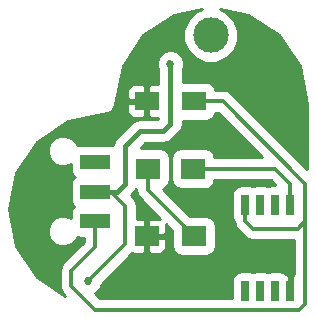
<source format=gtl>
G04 #@! TF.FileFunction,Copper,L1,Top,Signal*
%FSLAX46Y46*%
G04 Gerber Fmt 4.6, Leading zero omitted, Abs format (unit mm)*
G04 Created by KiCad (PCBNEW 4.0.7) date 01/25/18 22:01:14*
%MOMM*%
%LPD*%
G01*
G04 APERTURE LIST*
%ADD10C,0.100000*%
%ADD11R,2.500000X1.200000*%
%ADD12R,0.650000X1.700000*%
%ADD13R,2.000000X1.800860*%
%ADD14C,3.000000*%
%ADD15R,2.000000X1.600000*%
%ADD16R,2.000000X1.700000*%
%ADD17C,0.685800*%
%ADD18C,0.304800*%
%ADD19C,0.406400*%
%ADD20C,0.254000*%
G04 APERTURE END LIST*
D10*
D11*
X200025000Y-90210000D03*
X200025000Y-92750000D03*
X200025000Y-95210000D03*
D12*
X212725000Y-101186000D03*
X213995000Y-101186000D03*
X215265000Y-101186000D03*
X216535000Y-101186000D03*
X216535000Y-93886000D03*
X215265000Y-93886000D03*
X213995000Y-93886000D03*
X212725000Y-93886000D03*
D13*
X208280000Y-90805000D03*
X204470000Y-90805000D03*
D14*
X209804000Y-79502000D03*
D15*
X204375000Y-85090000D03*
X208375000Y-85090000D03*
D16*
X208375000Y-96520000D03*
X204375000Y-96520000D03*
D17*
X204375000Y-85090000D03*
X204375000Y-96520000D03*
X206375000Y-81915000D03*
X199390000Y-100330000D03*
D18*
X204375000Y-85090000D02*
X204470000Y-85090000D01*
X204375000Y-96520000D02*
X204375000Y-98330000D01*
X215900000Y-99060000D02*
X216535000Y-99695000D01*
X205105000Y-99060000D02*
X215900000Y-99060000D01*
X204375000Y-98330000D02*
X205105000Y-99060000D01*
X216535000Y-99695000D02*
X216535000Y-101186000D01*
X204470000Y-84995000D02*
X204375000Y-85090000D01*
X204375000Y-85090000D02*
X204089000Y-85090000D01*
X200025000Y-95210000D02*
X200025000Y-97409000D01*
X217805000Y-102235000D02*
X217805000Y-95250000D01*
X217297000Y-102743000D02*
X217805000Y-102235000D01*
X200025000Y-102743000D02*
X217297000Y-102743000D01*
X197993000Y-100711000D02*
X200025000Y-102743000D01*
X197993000Y-99441000D02*
X197993000Y-100711000D01*
X200025000Y-97409000D02*
X197993000Y-99441000D01*
X212725000Y-93886000D02*
X212725000Y-95250000D01*
X210820000Y-85090000D02*
X208375000Y-85090000D01*
X217805000Y-92075000D02*
X210820000Y-85090000D01*
X217805000Y-95250000D02*
X217805000Y-92075000D01*
X217170000Y-95885000D02*
X217805000Y-95250000D01*
X213360000Y-95885000D02*
X217170000Y-95885000D01*
X212725000Y-95250000D02*
X213360000Y-95885000D01*
X208375000Y-85090000D02*
X208375000Y-84550000D01*
X208375000Y-85090000D02*
X208375000Y-85122000D01*
D19*
X201890000Y-92750000D02*
X202565000Y-92075000D01*
X202565000Y-92075000D02*
X202565000Y-88900000D01*
X202565000Y-88900000D02*
X203835000Y-87630000D01*
X203835000Y-87630000D02*
X205740000Y-87630000D01*
X205740000Y-87630000D02*
X206375000Y-86995000D01*
X206375000Y-86995000D02*
X206375000Y-81915000D01*
X200025000Y-92750000D02*
X201890000Y-92750000D01*
D18*
X200025000Y-92750000D02*
X201335000Y-92750000D01*
X202565000Y-97155000D02*
X199390000Y-100330000D01*
X202565000Y-93980000D02*
X202565000Y-97155000D01*
X201335000Y-92750000D02*
X202565000Y-93980000D01*
X216535000Y-93886000D02*
X216535000Y-92075000D01*
X215265000Y-90805000D02*
X208280000Y-90805000D01*
X216535000Y-92075000D02*
X215265000Y-90805000D01*
X208788000Y-90297000D02*
X208280000Y-90805000D01*
X208375000Y-90900000D02*
X208280000Y-90805000D01*
X204470000Y-90805000D02*
X204470000Y-92615000D01*
X204470000Y-92615000D02*
X208375000Y-96520000D01*
X204375000Y-90900000D02*
X204470000Y-90805000D01*
D20*
G36*
X214170519Y-89825600D02*
X210108342Y-89825600D01*
X210065535Y-89598102D01*
X209884413Y-89316631D01*
X209608052Y-89127801D01*
X209280000Y-89061369D01*
X207280000Y-89061369D01*
X206973532Y-89119035D01*
X206692061Y-89300157D01*
X206503231Y-89576518D01*
X206436799Y-89904570D01*
X206436799Y-91705430D01*
X206494465Y-92011898D01*
X206675587Y-92293369D01*
X206951948Y-92482199D01*
X207280000Y-92548631D01*
X209280000Y-92548631D01*
X209586468Y-92490965D01*
X209867939Y-92309843D01*
X210056769Y-92033482D01*
X210107209Y-91784400D01*
X214859320Y-91784400D01*
X215267718Y-92192799D01*
X214940000Y-92192799D01*
X214633532Y-92250465D01*
X214626646Y-92254896D01*
X214320000Y-92192799D01*
X213670000Y-92192799D01*
X213363532Y-92250465D01*
X213356646Y-92254896D01*
X213050000Y-92192799D01*
X212400000Y-92192799D01*
X212093532Y-92250465D01*
X211812061Y-92431587D01*
X211623231Y-92707948D01*
X211556799Y-93036000D01*
X211556799Y-94736000D01*
X211614465Y-95042468D01*
X211745600Y-95246257D01*
X211745600Y-95250000D01*
X211804018Y-95543690D01*
X211820152Y-95624801D01*
X212032460Y-95942540D01*
X212667460Y-96577541D01*
X212970761Y-96780200D01*
X212985200Y-96789848D01*
X213360000Y-96864400D01*
X216825600Y-96864400D01*
X216825600Y-99701000D01*
X216820750Y-99701000D01*
X216662000Y-99859750D01*
X216662000Y-101059000D01*
X216682000Y-101059000D01*
X216682000Y-101313000D01*
X216662000Y-101313000D01*
X216662000Y-101333000D01*
X216433201Y-101333000D01*
X216433201Y-100336000D01*
X216408000Y-100202068D01*
X216408000Y-99859750D01*
X216249250Y-99701000D01*
X216125537Y-99701000D01*
X215918052Y-99559231D01*
X215590000Y-99492799D01*
X214940000Y-99492799D01*
X214633532Y-99550465D01*
X214626646Y-99554896D01*
X214320000Y-99492799D01*
X213670000Y-99492799D01*
X213363532Y-99550465D01*
X213356646Y-99554896D01*
X213050000Y-99492799D01*
X212400000Y-99492799D01*
X212093532Y-99550465D01*
X211812061Y-99731587D01*
X211623231Y-100007948D01*
X211556799Y-100336000D01*
X211556799Y-101763600D01*
X200430680Y-101763600D01*
X200007690Y-101340610D01*
X200051830Y-101322372D01*
X200381215Y-100993561D01*
X200559697Y-100563728D01*
X200559713Y-100545367D01*
X203143607Y-97961473D01*
X203248691Y-98005000D01*
X204089250Y-98005000D01*
X204248000Y-97846250D01*
X204248000Y-96647000D01*
X204502000Y-96647000D01*
X204502000Y-97846250D01*
X204660750Y-98005000D01*
X205501309Y-98005000D01*
X205734698Y-97908327D01*
X205913327Y-97729699D01*
X206010000Y-97496310D01*
X206010000Y-96805750D01*
X205851250Y-96647000D01*
X204502000Y-96647000D01*
X204248000Y-96647000D01*
X204228000Y-96647000D01*
X204228000Y-96393000D01*
X204248000Y-96393000D01*
X204248000Y-95193750D01*
X204089250Y-95035000D01*
X203544400Y-95035000D01*
X203544400Y-93980000D01*
X203469848Y-93605200D01*
X203413454Y-93520801D01*
X203257541Y-93287460D01*
X203033502Y-93063421D01*
X203293461Y-92803462D01*
X203464480Y-92547513D01*
X203470000Y-92548631D01*
X203490600Y-92548631D01*
X203490600Y-92615000D01*
X203548603Y-92906600D01*
X203565152Y-92989801D01*
X203777460Y-93307540D01*
X205507473Y-95037553D01*
X205501309Y-95035000D01*
X204660750Y-95035000D01*
X204502000Y-95193750D01*
X204502000Y-96393000D01*
X205851250Y-96393000D01*
X206010000Y-96234250D01*
X206010000Y-95543690D01*
X206007447Y-95537527D01*
X206531799Y-96061879D01*
X206531799Y-97370000D01*
X206589465Y-97676468D01*
X206770587Y-97957939D01*
X207046948Y-98146769D01*
X207375000Y-98213201D01*
X209375000Y-98213201D01*
X209681468Y-98155535D01*
X209962939Y-97974413D01*
X210151769Y-97698052D01*
X210218201Y-97370000D01*
X210218201Y-95670000D01*
X210160535Y-95363532D01*
X209979413Y-95082061D01*
X209703052Y-94893231D01*
X209375000Y-94826799D01*
X208066879Y-94826799D01*
X205738238Y-92498158D01*
X205776468Y-92490965D01*
X206057939Y-92309843D01*
X206246769Y-92033482D01*
X206313201Y-91705430D01*
X206313201Y-89904570D01*
X206255535Y-89598102D01*
X206074413Y-89316631D01*
X205798052Y-89127801D01*
X205470000Y-89061369D01*
X203860553Y-89061369D01*
X204261723Y-88660200D01*
X205740000Y-88660200D01*
X206068832Y-88594791D01*
X206134241Y-88581781D01*
X206468461Y-88358461D01*
X207103462Y-87723461D01*
X207326781Y-87389241D01*
X207405200Y-86995000D01*
X207405200Y-86733201D01*
X209375000Y-86733201D01*
X209681468Y-86675535D01*
X209962939Y-86494413D01*
X210151769Y-86218052D01*
X210181872Y-86069400D01*
X210414320Y-86069400D01*
X214170519Y-89825600D01*
X214170519Y-89825600D01*
G37*
X214170519Y-89825600D02*
X210108342Y-89825600D01*
X210065535Y-89598102D01*
X209884413Y-89316631D01*
X209608052Y-89127801D01*
X209280000Y-89061369D01*
X207280000Y-89061369D01*
X206973532Y-89119035D01*
X206692061Y-89300157D01*
X206503231Y-89576518D01*
X206436799Y-89904570D01*
X206436799Y-91705430D01*
X206494465Y-92011898D01*
X206675587Y-92293369D01*
X206951948Y-92482199D01*
X207280000Y-92548631D01*
X209280000Y-92548631D01*
X209586468Y-92490965D01*
X209867939Y-92309843D01*
X210056769Y-92033482D01*
X210107209Y-91784400D01*
X214859320Y-91784400D01*
X215267718Y-92192799D01*
X214940000Y-92192799D01*
X214633532Y-92250465D01*
X214626646Y-92254896D01*
X214320000Y-92192799D01*
X213670000Y-92192799D01*
X213363532Y-92250465D01*
X213356646Y-92254896D01*
X213050000Y-92192799D01*
X212400000Y-92192799D01*
X212093532Y-92250465D01*
X211812061Y-92431587D01*
X211623231Y-92707948D01*
X211556799Y-93036000D01*
X211556799Y-94736000D01*
X211614465Y-95042468D01*
X211745600Y-95246257D01*
X211745600Y-95250000D01*
X211804018Y-95543690D01*
X211820152Y-95624801D01*
X212032460Y-95942540D01*
X212667460Y-96577541D01*
X212970761Y-96780200D01*
X212985200Y-96789848D01*
X213360000Y-96864400D01*
X216825600Y-96864400D01*
X216825600Y-99701000D01*
X216820750Y-99701000D01*
X216662000Y-99859750D01*
X216662000Y-101059000D01*
X216682000Y-101059000D01*
X216682000Y-101313000D01*
X216662000Y-101313000D01*
X216662000Y-101333000D01*
X216433201Y-101333000D01*
X216433201Y-100336000D01*
X216408000Y-100202068D01*
X216408000Y-99859750D01*
X216249250Y-99701000D01*
X216125537Y-99701000D01*
X215918052Y-99559231D01*
X215590000Y-99492799D01*
X214940000Y-99492799D01*
X214633532Y-99550465D01*
X214626646Y-99554896D01*
X214320000Y-99492799D01*
X213670000Y-99492799D01*
X213363532Y-99550465D01*
X213356646Y-99554896D01*
X213050000Y-99492799D01*
X212400000Y-99492799D01*
X212093532Y-99550465D01*
X211812061Y-99731587D01*
X211623231Y-100007948D01*
X211556799Y-100336000D01*
X211556799Y-101763600D01*
X200430680Y-101763600D01*
X200007690Y-101340610D01*
X200051830Y-101322372D01*
X200381215Y-100993561D01*
X200559697Y-100563728D01*
X200559713Y-100545367D01*
X203143607Y-97961473D01*
X203248691Y-98005000D01*
X204089250Y-98005000D01*
X204248000Y-97846250D01*
X204248000Y-96647000D01*
X204502000Y-96647000D01*
X204502000Y-97846250D01*
X204660750Y-98005000D01*
X205501309Y-98005000D01*
X205734698Y-97908327D01*
X205913327Y-97729699D01*
X206010000Y-97496310D01*
X206010000Y-96805750D01*
X205851250Y-96647000D01*
X204502000Y-96647000D01*
X204248000Y-96647000D01*
X204228000Y-96647000D01*
X204228000Y-96393000D01*
X204248000Y-96393000D01*
X204248000Y-95193750D01*
X204089250Y-95035000D01*
X203544400Y-95035000D01*
X203544400Y-93980000D01*
X203469848Y-93605200D01*
X203413454Y-93520801D01*
X203257541Y-93287460D01*
X203033502Y-93063421D01*
X203293461Y-92803462D01*
X203464480Y-92547513D01*
X203470000Y-92548631D01*
X203490600Y-92548631D01*
X203490600Y-92615000D01*
X203548603Y-92906600D01*
X203565152Y-92989801D01*
X203777460Y-93307540D01*
X205507473Y-95037553D01*
X205501309Y-95035000D01*
X204660750Y-95035000D01*
X204502000Y-95193750D01*
X204502000Y-96393000D01*
X205851250Y-96393000D01*
X206010000Y-96234250D01*
X206010000Y-95543690D01*
X206007447Y-95537527D01*
X206531799Y-96061879D01*
X206531799Y-97370000D01*
X206589465Y-97676468D01*
X206770587Y-97957939D01*
X207046948Y-98146769D01*
X207375000Y-98213201D01*
X209375000Y-98213201D01*
X209681468Y-98155535D01*
X209962939Y-97974413D01*
X210151769Y-97698052D01*
X210218201Y-97370000D01*
X210218201Y-95670000D01*
X210160535Y-95363532D01*
X209979413Y-95082061D01*
X209703052Y-94893231D01*
X209375000Y-94826799D01*
X208066879Y-94826799D01*
X205738238Y-92498158D01*
X205776468Y-92490965D01*
X206057939Y-92309843D01*
X206246769Y-92033482D01*
X206313201Y-91705430D01*
X206313201Y-89904570D01*
X206255535Y-89598102D01*
X206074413Y-89316631D01*
X205798052Y-89127801D01*
X205470000Y-89061369D01*
X203860553Y-89061369D01*
X204261723Y-88660200D01*
X205740000Y-88660200D01*
X206068832Y-88594791D01*
X206134241Y-88581781D01*
X206468461Y-88358461D01*
X207103462Y-87723461D01*
X207326781Y-87389241D01*
X207405200Y-86995000D01*
X207405200Y-86733201D01*
X209375000Y-86733201D01*
X209681468Y-86675535D01*
X209962939Y-86494413D01*
X210151769Y-86218052D01*
X210181872Y-86069400D01*
X210414320Y-86069400D01*
X214170519Y-89825600D01*
G36*
X212921963Y-77761200D02*
X215551679Y-79518321D01*
X217308800Y-82148037D01*
X217943000Y-85336378D01*
X217943000Y-90827919D01*
X211512540Y-84397460D01*
X211194801Y-84185152D01*
X211132618Y-84172783D01*
X210820000Y-84110600D01*
X210184445Y-84110600D01*
X210160535Y-83983532D01*
X209979413Y-83702061D01*
X209703052Y-83513231D01*
X209375000Y-83446799D01*
X207405200Y-83446799D01*
X207405200Y-82484675D01*
X207544697Y-82148728D01*
X207545103Y-81683313D01*
X207367372Y-81253170D01*
X207038561Y-80923785D01*
X206608728Y-80745303D01*
X206143313Y-80744897D01*
X205713170Y-80922628D01*
X205383785Y-81251439D01*
X205205303Y-81681272D01*
X205204897Y-82146687D01*
X205344800Y-82485279D01*
X205344800Y-83655000D01*
X204660750Y-83655000D01*
X204502000Y-83813750D01*
X204502000Y-84963000D01*
X204522000Y-84963000D01*
X204522000Y-85217000D01*
X204502000Y-85217000D01*
X204502000Y-86366250D01*
X204660750Y-86525000D01*
X205344800Y-86525000D01*
X205344800Y-86568277D01*
X205313278Y-86599800D01*
X203835000Y-86599800D01*
X203440760Y-86678219D01*
X203440758Y-86678220D01*
X203440759Y-86678220D01*
X203106538Y-86901539D01*
X201836539Y-88171539D01*
X201613219Y-88505759D01*
X201613219Y-88505760D01*
X201550210Y-88822530D01*
X201275000Y-88766799D01*
X198775000Y-88766799D01*
X198468532Y-88824465D01*
X198458709Y-88830786D01*
X198358219Y-88587583D01*
X197999307Y-88228043D01*
X197530125Y-88033222D01*
X197022103Y-88032779D01*
X196552583Y-88226781D01*
X196193043Y-88585693D01*
X195998222Y-89054875D01*
X195997779Y-89562897D01*
X196191781Y-90032417D01*
X196550693Y-90391957D01*
X197019875Y-90586778D01*
X197527897Y-90587221D01*
X197931799Y-90420332D01*
X197931799Y-90810000D01*
X197989465Y-91116468D01*
X198170587Y-91397939D01*
X198289862Y-91479436D01*
X198187061Y-91545587D01*
X197998231Y-91821948D01*
X197931799Y-92150000D01*
X197931799Y-93350000D01*
X197989465Y-93656468D01*
X198170587Y-93937939D01*
X198229564Y-93978237D01*
X198187061Y-94005587D01*
X197998231Y-94281948D01*
X197931799Y-94610000D01*
X197931799Y-95000011D01*
X197530125Y-94833222D01*
X197022103Y-94832779D01*
X196552583Y-95026781D01*
X196193043Y-95385693D01*
X195998222Y-95854875D01*
X195997779Y-96362897D01*
X196191781Y-96832417D01*
X196550693Y-97191957D01*
X197019875Y-97386778D01*
X197527897Y-97387221D01*
X197997417Y-97193219D01*
X198356957Y-96834307D01*
X198458751Y-96589159D01*
X198775000Y-96653201D01*
X199045600Y-96653201D01*
X199045600Y-97003320D01*
X197300460Y-98748460D01*
X197088152Y-99066199D01*
X197088152Y-99066200D01*
X197013600Y-99441000D01*
X197013600Y-100711000D01*
X197051244Y-100900250D01*
X197088152Y-101085801D01*
X197300460Y-101403540D01*
X197469960Y-101573040D01*
X195088321Y-99981679D01*
X193331200Y-97351963D01*
X192714182Y-94250000D01*
X193331200Y-91148037D01*
X195088321Y-88518321D01*
X197718037Y-86761200D01*
X200991094Y-86110149D01*
X201307235Y-85979199D01*
X201549199Y-85737235D01*
X201680149Y-85421094D01*
X201689168Y-85375750D01*
X202740000Y-85375750D01*
X202740000Y-86016310D01*
X202836673Y-86249699D01*
X203015302Y-86428327D01*
X203248691Y-86525000D01*
X204089250Y-86525000D01*
X204248000Y-86366250D01*
X204248000Y-85217000D01*
X202898750Y-85217000D01*
X202740000Y-85375750D01*
X201689168Y-85375750D01*
X201930261Y-84163690D01*
X202740000Y-84163690D01*
X202740000Y-84804250D01*
X202898750Y-84963000D01*
X204248000Y-84963000D01*
X204248000Y-83813750D01*
X204089250Y-83655000D01*
X203248691Y-83655000D01*
X203015302Y-83751673D01*
X202836673Y-83930301D01*
X202740000Y-84163690D01*
X201930261Y-84163690D01*
X202331200Y-82148037D01*
X204088321Y-79518321D01*
X206718037Y-77761200D01*
X209042462Y-77298844D01*
X208487582Y-77528115D01*
X207832415Y-78182139D01*
X207477404Y-79037100D01*
X207476597Y-79962838D01*
X207830115Y-80818418D01*
X208484139Y-81473585D01*
X209339100Y-81828596D01*
X210264838Y-81829403D01*
X211120418Y-81475885D01*
X211775585Y-80821861D01*
X212130596Y-79966900D01*
X212131403Y-79041162D01*
X211777885Y-78185582D01*
X211123861Y-77530415D01*
X210537337Y-77286869D01*
X212921963Y-77761200D01*
X212921963Y-77761200D01*
G37*
X212921963Y-77761200D02*
X215551679Y-79518321D01*
X217308800Y-82148037D01*
X217943000Y-85336378D01*
X217943000Y-90827919D01*
X211512540Y-84397460D01*
X211194801Y-84185152D01*
X211132618Y-84172783D01*
X210820000Y-84110600D01*
X210184445Y-84110600D01*
X210160535Y-83983532D01*
X209979413Y-83702061D01*
X209703052Y-83513231D01*
X209375000Y-83446799D01*
X207405200Y-83446799D01*
X207405200Y-82484675D01*
X207544697Y-82148728D01*
X207545103Y-81683313D01*
X207367372Y-81253170D01*
X207038561Y-80923785D01*
X206608728Y-80745303D01*
X206143313Y-80744897D01*
X205713170Y-80922628D01*
X205383785Y-81251439D01*
X205205303Y-81681272D01*
X205204897Y-82146687D01*
X205344800Y-82485279D01*
X205344800Y-83655000D01*
X204660750Y-83655000D01*
X204502000Y-83813750D01*
X204502000Y-84963000D01*
X204522000Y-84963000D01*
X204522000Y-85217000D01*
X204502000Y-85217000D01*
X204502000Y-86366250D01*
X204660750Y-86525000D01*
X205344800Y-86525000D01*
X205344800Y-86568277D01*
X205313278Y-86599800D01*
X203835000Y-86599800D01*
X203440760Y-86678219D01*
X203440758Y-86678220D01*
X203440759Y-86678220D01*
X203106538Y-86901539D01*
X201836539Y-88171539D01*
X201613219Y-88505759D01*
X201613219Y-88505760D01*
X201550210Y-88822530D01*
X201275000Y-88766799D01*
X198775000Y-88766799D01*
X198468532Y-88824465D01*
X198458709Y-88830786D01*
X198358219Y-88587583D01*
X197999307Y-88228043D01*
X197530125Y-88033222D01*
X197022103Y-88032779D01*
X196552583Y-88226781D01*
X196193043Y-88585693D01*
X195998222Y-89054875D01*
X195997779Y-89562897D01*
X196191781Y-90032417D01*
X196550693Y-90391957D01*
X197019875Y-90586778D01*
X197527897Y-90587221D01*
X197931799Y-90420332D01*
X197931799Y-90810000D01*
X197989465Y-91116468D01*
X198170587Y-91397939D01*
X198289862Y-91479436D01*
X198187061Y-91545587D01*
X197998231Y-91821948D01*
X197931799Y-92150000D01*
X197931799Y-93350000D01*
X197989465Y-93656468D01*
X198170587Y-93937939D01*
X198229564Y-93978237D01*
X198187061Y-94005587D01*
X197998231Y-94281948D01*
X197931799Y-94610000D01*
X197931799Y-95000011D01*
X197530125Y-94833222D01*
X197022103Y-94832779D01*
X196552583Y-95026781D01*
X196193043Y-95385693D01*
X195998222Y-95854875D01*
X195997779Y-96362897D01*
X196191781Y-96832417D01*
X196550693Y-97191957D01*
X197019875Y-97386778D01*
X197527897Y-97387221D01*
X197997417Y-97193219D01*
X198356957Y-96834307D01*
X198458751Y-96589159D01*
X198775000Y-96653201D01*
X199045600Y-96653201D01*
X199045600Y-97003320D01*
X197300460Y-98748460D01*
X197088152Y-99066199D01*
X197088152Y-99066200D01*
X197013600Y-99441000D01*
X197013600Y-100711000D01*
X197051244Y-100900250D01*
X197088152Y-101085801D01*
X197300460Y-101403540D01*
X197469960Y-101573040D01*
X195088321Y-99981679D01*
X193331200Y-97351963D01*
X192714182Y-94250000D01*
X193331200Y-91148037D01*
X195088321Y-88518321D01*
X197718037Y-86761200D01*
X200991094Y-86110149D01*
X201307235Y-85979199D01*
X201549199Y-85737235D01*
X201680149Y-85421094D01*
X201689168Y-85375750D01*
X202740000Y-85375750D01*
X202740000Y-86016310D01*
X202836673Y-86249699D01*
X203015302Y-86428327D01*
X203248691Y-86525000D01*
X204089250Y-86525000D01*
X204248000Y-86366250D01*
X204248000Y-85217000D01*
X202898750Y-85217000D01*
X202740000Y-85375750D01*
X201689168Y-85375750D01*
X201930261Y-84163690D01*
X202740000Y-84163690D01*
X202740000Y-84804250D01*
X202898750Y-84963000D01*
X204248000Y-84963000D01*
X204248000Y-83813750D01*
X204089250Y-83655000D01*
X203248691Y-83655000D01*
X203015302Y-83751673D01*
X202836673Y-83930301D01*
X202740000Y-84163690D01*
X201930261Y-84163690D01*
X202331200Y-82148037D01*
X204088321Y-79518321D01*
X206718037Y-77761200D01*
X209042462Y-77298844D01*
X208487582Y-77528115D01*
X207832415Y-78182139D01*
X207477404Y-79037100D01*
X207476597Y-79962838D01*
X207830115Y-80818418D01*
X208484139Y-81473585D01*
X209339100Y-81828596D01*
X210264838Y-81829403D01*
X211120418Y-81475885D01*
X211775585Y-80821861D01*
X212130596Y-79966900D01*
X212131403Y-79041162D01*
X211777885Y-78185582D01*
X211123861Y-77530415D01*
X210537337Y-77286869D01*
X212921963Y-77761200D01*
M02*

</source>
